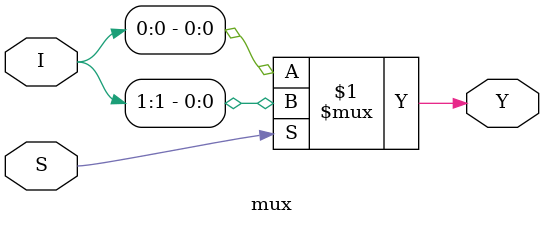
<source format=v>
module mux(I,S,Y);
    input [1:0]I;
    input S;
    output  Y;
    assign Y = S ? I[1] : I[0];
    
endmodule
</source>
